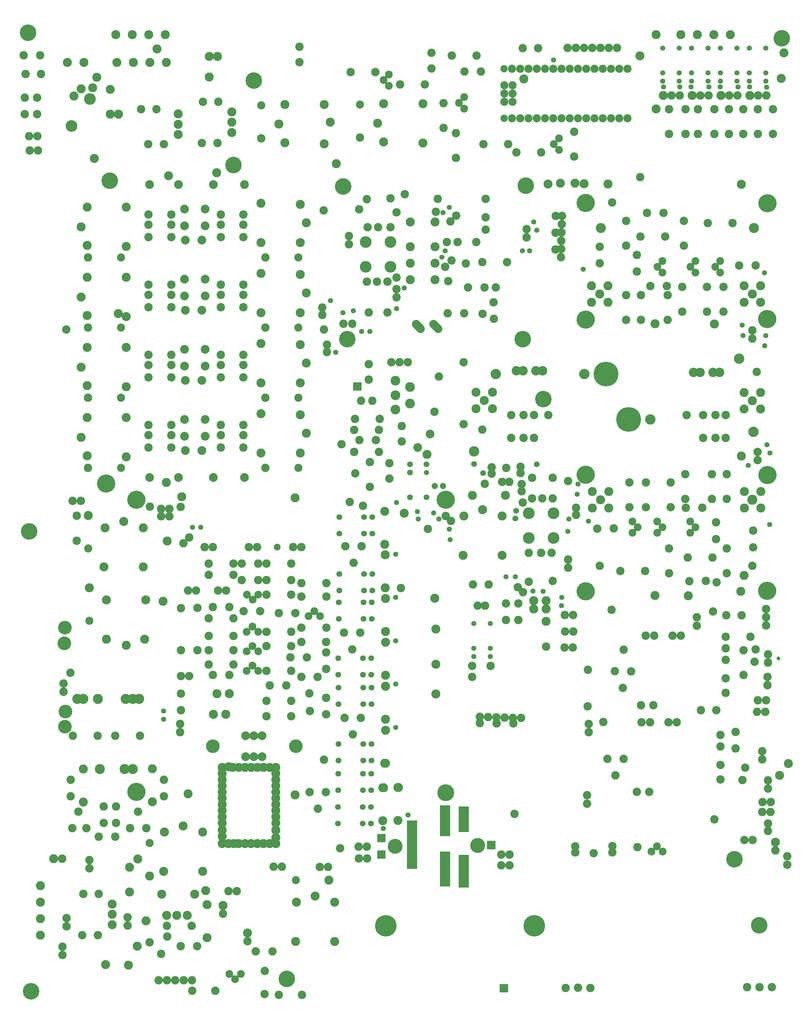
<source format=gbr>
%FSLAX34Y34*%
%MOMM*%
%LNSOLDERMASK_TOP*%
G71*
G01*
%ADD10C,2.600*%
%ADD11C,2.400*%
%ADD12C,2.800*%
%ADD13C,2.600*%
%ADD14C,5.100*%
%ADD15C,1.600*%
%ADD16C,3.100*%
%ADD17C,7.600*%
%ADD18C,3.200*%
%ADD19C,2.900*%
%ADD20C,2.600*%
%ADD21C,2.600*%
%ADD22C,2.400*%
%ADD23C,2.600*%
%ADD24C,3.600*%
%ADD25C,2.800*%
%ADD26C,3.000*%
%ADD27C,1.800*%
%ADD28C,1.600*%
%ADD29C,2.700*%
%ADD30C,2.700*%
%ADD31C,2.500*%
%ADD32C,2.800*%
%ADD33C,4.200*%
%ADD34C,2.700*%
%ADD35C,2.800*%
%ADD36C,2.100*%
%ADD37C,1.600*%
%ADD38C,6.600*%
%ADD39C,4.200*%
%ADD40C,4.600*%
%ADD41C,5.600*%
%ADD42C,1.900*%
%ADD43C,2.500*%
%ADD44C,2.250*%
%ADD45C,5.200*%
%ADD46C,1.200*%
%LPD*%
X1238195Y1903521D02*
G54D10*
D03*
X1238245Y1979771D02*
G54D10*
D03*
X1157201Y1900121D02*
G54D10*
D03*
X1157314Y1849140D02*
G54D10*
D03*
X1271501Y1874721D02*
G54D10*
D03*
X1271613Y1823740D02*
G54D10*
D03*
X1238211Y1674921D02*
G54D10*
D03*
X1238261Y1751171D02*
G54D10*
D03*
X1358932Y1931535D02*
G54D10*
D03*
X1282682Y1931585D02*
G54D10*
D03*
X1283891Y1751171D02*
G54D10*
D03*
X1283841Y1674921D02*
G54D10*
D03*
X1415994Y1903520D02*
G54D10*
D03*
X1416044Y1979770D02*
G54D10*
D03*
X1313326Y1779005D02*
G54D10*
D03*
X1410891Y1776571D02*
G54D10*
D03*
X1410841Y1700321D02*
G54D10*
D03*
X1487090Y1776571D02*
G54D10*
D03*
X1487040Y1700321D02*
G54D10*
D03*
X1537890Y1776571D02*
G54D10*
D03*
X1537840Y1700321D02*
G54D10*
D03*
X1637362Y1842616D02*
G54D10*
D03*
X1586382Y1842503D02*
G54D10*
D03*
X1565908Y1973339D02*
G54D10*
D03*
X1489658Y1973389D02*
G54D10*
D03*
X1350566Y1855946D02*
G54D11*
D03*
X1334666Y1838371D02*
G54D11*
D03*
X1350600Y1820755D02*
G54D11*
D03*
X1452166Y1855946D02*
G54D11*
D03*
X1436266Y1838371D02*
G54D11*
D03*
X1452200Y1820755D02*
G54D11*
D03*
X1528366Y1855946D02*
G54D11*
D03*
X1512466Y1838371D02*
G54D11*
D03*
X1528400Y1820755D02*
G54D11*
D03*
X1131466Y1779846D02*
G54D12*
D03*
X1182266Y1779846D02*
G54D12*
D03*
X1156866Y1754446D02*
G54D12*
D03*
X1182266Y1729046D02*
G54D12*
D03*
X1131466Y1729046D02*
G54D12*
D03*
X1601366Y1779846D02*
G54D12*
D03*
X1652166Y1779846D02*
G54D12*
D03*
X1626766Y1754446D02*
G54D12*
D03*
X1652166Y1729046D02*
G54D12*
D03*
X1601366Y1729046D02*
G54D12*
D03*
X1302892Y2004155D02*
G54D10*
D03*
X1353872Y2004268D02*
G54D10*
D03*
X1238211Y1674921D02*
G54D13*
D03*
X1113790Y2034540D02*
G54D14*
D03*
X1364126Y1779005D02*
G54D10*
D03*
X1366441Y1751171D02*
G54D10*
D03*
X1366391Y1674921D02*
G54D10*
D03*
X1195441Y2036321D02*
G54D10*
D03*
X1106666Y1830546D02*
G54D15*
D03*
X1283841Y1674921D02*
G54D13*
D03*
X1366391Y1674921D02*
G54D13*
D03*
X1410841Y1700321D02*
G54D13*
D03*
X1487040Y1700321D02*
G54D13*
D03*
X1673622Y2033746D02*
G54D14*
D03*
X1113790Y1675764D02*
G54D14*
D03*
X1672986Y1677352D02*
G54D14*
D03*
X1163816Y1957546D02*
G54D15*
D03*
X1160640Y1957546D02*
G54D16*
D03*
X1632365Y1957546D02*
G54D16*
D03*
X1246416Y1368305D02*
G54D17*
D03*
X1176566Y1508006D02*
G54D17*
D03*
X1109891Y1508005D02*
G54D18*
D03*
X1313091Y1368305D02*
G54D18*
D03*
X901016Y1518105D02*
G54D19*
D03*
X981016Y1518105D02*
G54D20*
D03*
X1446016Y1513105D02*
G54D20*
D03*
X1526016Y1513105D02*
G54D20*
D03*
X981016Y1518105D02*
G54D19*
D03*
X1446016Y1513105D02*
G54D19*
D03*
X1526016Y1513105D02*
G54D12*
D03*
X921016Y1518105D02*
G54D19*
D03*
X961016Y1518105D02*
G54D19*
D03*
X1466016Y1513106D02*
G54D19*
D03*
X1506016Y1513105D02*
G54D19*
D03*
X776591Y1401775D02*
G54D12*
D03*
X776591Y1452575D02*
G54D12*
D03*
X801991Y1427175D02*
G54D12*
D03*
X827391Y1452576D02*
G54D12*
D03*
X827391Y1401775D02*
G54D12*
D03*
X776591Y1400505D02*
G54D21*
D03*
X827391Y1400505D02*
G54D13*
D03*
X1602091Y1400505D02*
G54D12*
D03*
X1602091Y1451305D02*
G54D12*
D03*
X1627491Y1425905D02*
G54D12*
D03*
X1652891Y1451305D02*
G54D12*
D03*
X1652891Y1400505D02*
G54D12*
D03*
X1602091Y1400505D02*
G54D21*
D03*
X1652891Y1400505D02*
G54D13*
D03*
X1475548Y1311868D02*
G54D10*
D03*
X1475548Y1381718D02*
G54D10*
D03*
X1545398Y1311868D02*
G54D10*
D03*
X1545398Y1381718D02*
G54D10*
D03*
X1513648Y1381718D02*
G54D10*
D03*
X1513648Y1311868D02*
G54D10*
D03*
X1545399Y1311868D02*
G54D13*
D03*
X1545399Y1381718D02*
G54D13*
D03*
X884998Y1311868D02*
G54D10*
D03*
X884998Y1381718D02*
G54D10*
D03*
X954848Y1311868D02*
G54D10*
D03*
X954848Y1381718D02*
G54D10*
D03*
X923098Y1381718D02*
G54D10*
D03*
X923098Y1311868D02*
G54D10*
D03*
X954849Y1311868D02*
G54D13*
D03*
X954849Y1381718D02*
G54D13*
D03*
X1526016Y1513105D02*
G54D19*
D03*
X999299Y1381718D02*
G54D21*
D03*
X1424749Y1381718D02*
G54D21*
D03*
X1640291Y1514830D02*
G54D21*
D03*
X795741Y1337030D02*
G54D21*
D03*
X776591Y1451305D02*
G54D13*
D03*
X827391Y1451306D02*
G54D13*
D03*
X1602091Y1451305D02*
G54D13*
D03*
X1652891Y1451305D02*
G54D13*
D03*
X1652891Y1400505D02*
G54D13*
D03*
X1113790Y1197927D02*
G54D14*
D03*
X1673622Y1197134D02*
G54D14*
D03*
X1113790Y839152D02*
G54D14*
D03*
X1672986Y840740D02*
G54D14*
D03*
X1627365Y1120934D02*
G54D16*
D03*
X436766Y1838006D02*
G54D22*
D03*
X512966Y1838006D02*
G54D22*
D03*
X512966Y1914206D02*
G54D22*
D03*
X436766Y1914206D02*
G54D22*
D03*
X512878Y2049229D02*
G54D10*
D03*
X512878Y1960329D02*
G54D10*
D03*
X474778Y1960329D02*
G54D10*
D03*
X443028Y1960329D02*
G54D10*
D03*
X503234Y1697439D02*
G54D10*
D03*
X439735Y1792689D02*
G54D10*
D03*
X471484Y1792689D02*
G54D10*
D03*
X503234Y1792689D02*
G54D10*
D03*
X531717Y1804978D02*
G54D10*
D03*
X439734Y2046689D02*
G54D10*
D03*
X557328Y2061929D02*
G54D10*
D03*
X719756Y1914240D02*
G54D10*
D03*
X776906Y1914240D02*
G54D10*
D03*
X805606Y1990440D02*
G54D10*
D03*
X805606Y2047590D02*
G54D10*
D03*
X744556Y1848616D02*
G54D10*
D03*
X690604Y1794734D02*
G54D10*
D03*
X744556Y1848616D02*
G54D13*
D03*
X872332Y1852668D02*
G54D10*
D03*
X796082Y1852718D02*
G54D10*
D03*
X872332Y1852668D02*
G54D13*
D03*
X751506Y1774540D02*
G54D10*
D03*
X802306Y1774540D02*
G54D10*
D03*
X802306Y1774540D02*
G54D10*
D03*
X830913Y1678434D02*
G54D10*
D03*
X830801Y1729414D02*
G54D10*
D03*
X830913Y1678434D02*
G54D10*
D03*
X805606Y1952340D02*
G54D10*
D03*
X837356Y1774540D02*
G54D10*
D03*
X686736Y1914240D02*
G54D10*
D03*
X697656Y1977740D02*
G54D10*
D03*
X573960Y1976244D02*
G54D12*
D03*
X650160Y1976244D02*
G54D12*
D03*
X573960Y1900044D02*
G54D12*
D03*
X573960Y1849244D02*
G54D12*
D03*
X573960Y1798444D02*
G54D12*
D03*
X650160Y1900044D02*
G54D12*
D03*
X650160Y1849244D02*
G54D12*
D03*
X650160Y1798444D02*
G54D12*
D03*
X650160Y1976244D02*
G54D10*
D03*
X796411Y1693441D02*
G54D10*
D03*
X740191Y1695686D02*
G54D10*
D03*
X740191Y1695686D02*
G54D10*
D03*
X689391Y1695686D02*
G54D10*
D03*
G54D23*
X659575Y1647964D02*
X645433Y1662106D01*
G54D23*
X605600Y1647964D02*
X591458Y1662106D01*
X385366Y1932940D02*
G54D21*
D03*
X385366Y1907540D02*
G54D21*
D03*
X658416Y2047240D02*
G54D21*
D03*
X436766Y1914206D02*
G54D24*
D03*
X436766Y1838006D02*
G54D24*
D03*
X512966Y1838006D02*
G54D24*
D03*
X512966Y1914206D02*
G54D24*
D03*
X1015244Y1079804D02*
G54D22*
D03*
X939044Y1079804D02*
G54D22*
D03*
X939044Y1003604D02*
G54D22*
D03*
X1015244Y1003604D02*
G54D22*
D03*
X939132Y868581D02*
G54D10*
D03*
X939132Y957481D02*
G54D10*
D03*
X977232Y957481D02*
G54D10*
D03*
X1008982Y957481D02*
G54D10*
D03*
X1012276Y1188621D02*
G54D10*
D03*
X948776Y1188621D02*
G54D10*
D03*
X1012275Y1125121D02*
G54D10*
D03*
X980526Y1125121D02*
G54D10*
D03*
X948776Y1125121D02*
G54D10*
D03*
X920293Y1112832D02*
G54D10*
D03*
X1012276Y871121D02*
G54D10*
D03*
X1060294Y911845D02*
G54D21*
D03*
X1060294Y937245D02*
G54D21*
D03*
X1060294Y1178545D02*
G54D21*
D03*
X1015244Y1003604D02*
G54D24*
D03*
X1015244Y1079804D02*
G54D24*
D03*
X939044Y1079804D02*
G54D24*
D03*
X939044Y1003604D02*
G54D24*
D03*
X736036Y950223D02*
G54D12*
D03*
X739210Y1070873D02*
G54D12*
D03*
X856686Y950223D02*
G54D12*
D03*
X856686Y1070873D02*
G54D12*
D03*
X796361Y1090336D02*
G54D12*
D03*
X739210Y1070873D02*
G54D25*
D03*
X765057Y1134454D02*
G54D12*
D03*
X866657Y1134454D02*
G54D12*
D03*
X953957Y810314D02*
G54D12*
D03*
X953957Y784914D02*
G54D12*
D03*
X992057Y784914D02*
G54D12*
D03*
X992057Y746814D02*
G54D12*
D03*
X906552Y802308D02*
G54D10*
D03*
X906665Y751328D02*
G54D10*
D03*
X906552Y802308D02*
G54D10*
D03*
X906664Y751327D02*
G54D10*
D03*
X868452Y802308D02*
G54D10*
D03*
X868564Y751328D02*
G54D10*
D03*
X868452Y802308D02*
G54D10*
D03*
X868564Y751327D02*
G54D10*
D03*
X992057Y810314D02*
G54D12*
D03*
X803024Y1170264D02*
G54D10*
D03*
X765057Y1134454D02*
G54D12*
D03*
X573015Y1468753D02*
G54D26*
D03*
X573015Y1417953D02*
G54D26*
D03*
X528565Y1443354D02*
G54D26*
D03*
X528565Y1398903D02*
G54D26*
D03*
X528565Y1487803D02*
G54D26*
D03*
X541265Y1544953D02*
G54D10*
D03*
X515865Y1544953D02*
G54D10*
D03*
X566665Y1544953D02*
G54D10*
D03*
X480180Y1370328D02*
G54D10*
D03*
X403930Y1370378D02*
G54D10*
D03*
X401238Y1336068D02*
G54D10*
D03*
X477488Y1336018D02*
G54D10*
D03*
X417172Y1304592D02*
G54D10*
D03*
X468152Y1304704D02*
G54D10*
D03*
X446015Y1538691D02*
G54D10*
D03*
X446015Y1490891D02*
G54D10*
D03*
X449625Y1237066D02*
G54D10*
D03*
X449575Y1160816D02*
G54D10*
D03*
X509515Y1186004D02*
G54D10*
D03*
X509515Y1233803D02*
G54D10*
D03*
X422071Y1425847D02*
G54D10*
D03*
X457171Y1425848D02*
G54D10*
D03*
X547615Y1300303D02*
G54D10*
D03*
X547615Y1348104D02*
G54D10*
D03*
X401293Y1268421D02*
G54D10*
D03*
X477543Y1268371D02*
G54D10*
D03*
X648490Y1391998D02*
G54D10*
D03*
X401238Y1336068D02*
G54D10*
D03*
X401293Y1268422D02*
G54D10*
D03*
X509515Y1186004D02*
G54D10*
D03*
X449575Y1160816D02*
G54D10*
D03*
G36*
X423965Y1483023D02*
X423965Y1457023D01*
X397965Y1457023D01*
X397965Y1483023D01*
X423965Y1483023D01*
G37*
X623815Y1230542D02*
G54D27*
D03*
X623815Y1205142D02*
G54D28*
D03*
X573015Y1230541D02*
G54D28*
D03*
X573015Y1205141D02*
G54D27*
D03*
X623815Y1128941D02*
G54D28*
D03*
X573015Y1128941D02*
G54D28*
D03*
X625847Y1261307D02*
G54D12*
D03*
X628011Y1031333D02*
G54D21*
D03*
X573015Y1230541D02*
G54D27*
D03*
X623815Y1128941D02*
G54D27*
D03*
X573015Y1128941D02*
G54D27*
D03*
X1673566Y550483D02*
G54D10*
D03*
X1673566Y575983D02*
G54D10*
D03*
X-161976Y1281854D02*
G54D10*
D03*
X-231826Y1281854D02*
G54D10*
D03*
X-161976Y1351704D02*
G54D10*
D03*
X-231826Y1351704D02*
G54D10*
D03*
X-231826Y1319954D02*
G54D10*
D03*
X-161976Y1319954D02*
G54D10*
D03*
X-118568Y1273083D02*
G54D29*
D03*
X-67586Y1273195D02*
G54D29*
D03*
X60274Y1281854D02*
G54D10*
D03*
X-9576Y1281854D02*
G54D10*
D03*
X60274Y1351704D02*
G54D10*
D03*
X-9576Y1351704D02*
G54D10*
D03*
X-9576Y1319954D02*
G54D10*
D03*
X60274Y1319954D02*
G54D10*
D03*
X-57503Y1317181D02*
G54D10*
D03*
X-57616Y1368161D02*
G54D10*
D03*
X-121003Y1317181D02*
G54D10*
D03*
X-121116Y1368161D02*
G54D10*
D03*
X60274Y1351704D02*
G54D13*
D03*
X-9576Y1351704D02*
G54D13*
D03*
X-57616Y1368162D02*
G54D30*
D03*
X-121116Y1368162D02*
G54D13*
D03*
X-161976Y1351704D02*
G54D13*
D03*
X-231826Y1351704D02*
G54D13*
D03*
X-121003Y1317181D02*
G54D29*
D03*
X-121116Y1368161D02*
G54D29*
D03*
X-57616Y1368161D02*
G54D29*
D03*
X-57503Y1317181D02*
G54D29*
D03*
X114487Y1386146D02*
G54D12*
D03*
X235137Y1382972D02*
G54D12*
D03*
X114487Y1265496D02*
G54D12*
D03*
X235137Y1265496D02*
G54D12*
D03*
X253950Y1325821D02*
G54D12*
D03*
X127994Y1219216D02*
G54D31*
D03*
X229594Y1219217D02*
G54D31*
D03*
X235137Y1382972D02*
G54D12*
D03*
X-300508Y1253408D02*
G54D12*
D03*
X-421158Y1256582D02*
G54D12*
D03*
X-300508Y1374058D02*
G54D12*
D03*
X-421158Y1374058D02*
G54D12*
D03*
X-439970Y1313733D02*
G54D12*
D03*
X-421157Y1256582D02*
G54D12*
D03*
X-421158Y1374058D02*
G54D12*
D03*
X-418106Y1219216D02*
G54D31*
D03*
X-316506Y1219217D02*
G54D31*
D03*
X127994Y1219216D02*
G54D10*
D03*
X-418106Y1219216D02*
G54D10*
D03*
X-161976Y1497754D02*
G54D10*
D03*
X-231826Y1497754D02*
G54D10*
D03*
X-161976Y1567604D02*
G54D10*
D03*
X-231826Y1567604D02*
G54D10*
D03*
X-231826Y1535854D02*
G54D10*
D03*
X-161976Y1535854D02*
G54D10*
D03*
X-118568Y1488983D02*
G54D29*
D03*
X-67586Y1489095D02*
G54D29*
D03*
X60274Y1497754D02*
G54D10*
D03*
X-9576Y1497754D02*
G54D10*
D03*
X60274Y1567604D02*
G54D10*
D03*
X-9576Y1567604D02*
G54D10*
D03*
X-9576Y1535854D02*
G54D10*
D03*
X60274Y1535854D02*
G54D10*
D03*
X-57503Y1533081D02*
G54D10*
D03*
X-57616Y1584062D02*
G54D10*
D03*
X-121003Y1533081D02*
G54D10*
D03*
X-121116Y1584061D02*
G54D10*
D03*
X60274Y1567604D02*
G54D13*
D03*
X-9576Y1567604D02*
G54D13*
D03*
X-57616Y1584062D02*
G54D30*
D03*
X-121116Y1584062D02*
G54D13*
D03*
X-161976Y1567604D02*
G54D13*
D03*
X-231826Y1567604D02*
G54D13*
D03*
X-121003Y1533081D02*
G54D29*
D03*
X-121116Y1584061D02*
G54D29*
D03*
X-57616Y1584062D02*
G54D29*
D03*
X-57503Y1533081D02*
G54D29*
D03*
X114487Y1602046D02*
G54D12*
D03*
X235137Y1598872D02*
G54D12*
D03*
X114487Y1481396D02*
G54D12*
D03*
X235137Y1481396D02*
G54D12*
D03*
X253950Y1541721D02*
G54D12*
D03*
X127994Y1435116D02*
G54D31*
D03*
X229594Y1435117D02*
G54D31*
D03*
X235137Y1598872D02*
G54D12*
D03*
X-300508Y1469308D02*
G54D12*
D03*
X-421158Y1472482D02*
G54D12*
D03*
X-300508Y1589958D02*
G54D12*
D03*
X-421158Y1589958D02*
G54D12*
D03*
X-439970Y1529633D02*
G54D12*
D03*
X-421157Y1472481D02*
G54D12*
D03*
X-421158Y1589958D02*
G54D12*
D03*
X-418106Y1435116D02*
G54D31*
D03*
X-316506Y1435117D02*
G54D31*
D03*
X127994Y1435116D02*
G54D10*
D03*
X-418106Y1435116D02*
G54D10*
D03*
X-161976Y1713654D02*
G54D10*
D03*
X-231826Y1713654D02*
G54D10*
D03*
X-161976Y1783504D02*
G54D10*
D03*
X-231826Y1783504D02*
G54D10*
D03*
X-231826Y1751754D02*
G54D10*
D03*
X-161976Y1751754D02*
G54D10*
D03*
X-118568Y1704883D02*
G54D29*
D03*
X-67586Y1704995D02*
G54D29*
D03*
X60274Y1713654D02*
G54D10*
D03*
X-9576Y1713654D02*
G54D10*
D03*
X60274Y1783504D02*
G54D10*
D03*
X-9576Y1783504D02*
G54D10*
D03*
X-9576Y1751754D02*
G54D10*
D03*
X60274Y1751754D02*
G54D10*
D03*
X-57503Y1748981D02*
G54D10*
D03*
X-57616Y1799962D02*
G54D10*
D03*
X-121003Y1748981D02*
G54D10*
D03*
X-121116Y1799962D02*
G54D10*
D03*
X60274Y1783504D02*
G54D13*
D03*
X-9576Y1783504D02*
G54D13*
D03*
X-57616Y1799962D02*
G54D30*
D03*
X-121116Y1799962D02*
G54D13*
D03*
X-161976Y1783504D02*
G54D13*
D03*
X-231826Y1783504D02*
G54D13*
D03*
X-121003Y1748981D02*
G54D29*
D03*
X-121116Y1799962D02*
G54D29*
D03*
X-57616Y1799962D02*
G54D29*
D03*
X-57503Y1748981D02*
G54D29*
D03*
X114487Y1817946D02*
G54D12*
D03*
X235137Y1814772D02*
G54D12*
D03*
X114487Y1697296D02*
G54D12*
D03*
X235137Y1697296D02*
G54D12*
D03*
X253950Y1757621D02*
G54D12*
D03*
X127994Y1651016D02*
G54D31*
D03*
X229594Y1651016D02*
G54D31*
D03*
X235137Y1814772D02*
G54D12*
D03*
X-300508Y1685208D02*
G54D12*
D03*
X-421158Y1688382D02*
G54D12*
D03*
X-300508Y1805858D02*
G54D12*
D03*
X-421158Y1805858D02*
G54D12*
D03*
X-439970Y1745533D02*
G54D12*
D03*
X-421157Y1688382D02*
G54D12*
D03*
X-421158Y1805858D02*
G54D12*
D03*
X-418106Y1651016D02*
G54D31*
D03*
X-316506Y1651016D02*
G54D31*
D03*
X127994Y1651016D02*
G54D10*
D03*
X-418106Y1651016D02*
G54D10*
D03*
X-161976Y1929554D02*
G54D10*
D03*
X-231826Y1929554D02*
G54D10*
D03*
X-161976Y1999404D02*
G54D10*
D03*
X-231826Y1999404D02*
G54D10*
D03*
X-231826Y1967654D02*
G54D10*
D03*
X-161976Y1967654D02*
G54D10*
D03*
X-118568Y1920783D02*
G54D29*
D03*
X-67586Y1920895D02*
G54D29*
D03*
X60274Y1929554D02*
G54D10*
D03*
X-9576Y1929554D02*
G54D10*
D03*
X60274Y1999404D02*
G54D10*
D03*
X-9576Y1999404D02*
G54D10*
D03*
X-9576Y1967654D02*
G54D10*
D03*
X60274Y1967654D02*
G54D10*
D03*
X-57503Y1964881D02*
G54D10*
D03*
X-57616Y2015862D02*
G54D10*
D03*
X-121003Y1964881D02*
G54D10*
D03*
X-121116Y2015861D02*
G54D10*
D03*
X60274Y1999404D02*
G54D13*
D03*
X-9576Y1999404D02*
G54D13*
D03*
X-57616Y2015862D02*
G54D30*
D03*
X-121116Y2015862D02*
G54D13*
D03*
X-161976Y1999404D02*
G54D13*
D03*
X-231826Y1999404D02*
G54D13*
D03*
X-121003Y1964881D02*
G54D29*
D03*
X-121116Y2015861D02*
G54D29*
D03*
X-57616Y2015861D02*
G54D29*
D03*
X-57503Y1964881D02*
G54D29*
D03*
X114487Y2033846D02*
G54D12*
D03*
X235137Y2030672D02*
G54D12*
D03*
X114487Y1913196D02*
G54D12*
D03*
X235137Y1913196D02*
G54D12*
D03*
X253950Y1973521D02*
G54D12*
D03*
X127994Y1866916D02*
G54D31*
D03*
X229594Y1866916D02*
G54D31*
D03*
X235137Y2030672D02*
G54D12*
D03*
X-300508Y1901108D02*
G54D12*
D03*
X-421158Y1904282D02*
G54D12*
D03*
X-300508Y2021758D02*
G54D12*
D03*
X-421158Y2021758D02*
G54D12*
D03*
X-439970Y1961433D02*
G54D12*
D03*
X-421157Y1904282D02*
G54D12*
D03*
X-421158Y2021758D02*
G54D12*
D03*
X-418106Y1866916D02*
G54D31*
D03*
X-316506Y1866916D02*
G54D31*
D03*
X127994Y1866916D02*
G54D10*
D03*
X-418106Y1866916D02*
G54D10*
D03*
X63148Y1190181D02*
G54D29*
D03*
X63148Y1190181D02*
G54D29*
D03*
X-32102Y1190181D02*
G54D29*
D03*
X-32102Y1190181D02*
G54D29*
D03*
X-140052Y1190181D02*
G54D29*
D03*
X-140052Y1190181D02*
G54D29*
D03*
X-228952Y1190181D02*
G54D29*
D03*
X-228952Y1190181D02*
G54D29*
D03*
X63148Y2091881D02*
G54D29*
D03*
X63148Y2091881D02*
G54D29*
D03*
X-32102Y2091881D02*
G54D29*
D03*
X-32102Y2091881D02*
G54D29*
D03*
X-140052Y2091881D02*
G54D29*
D03*
X-140052Y2091881D02*
G54D29*
D03*
X-228952Y2091881D02*
G54D29*
D03*
X-228952Y2091881D02*
G54D29*
D03*
X-485588Y1645351D02*
G54D21*
D03*
X308162Y1645351D02*
G54D21*
D03*
X920114Y1615440D02*
G54D14*
D03*
X929640Y2088514D02*
G54D14*
D03*
X929639Y2088515D02*
G54D14*
D03*
X380364Y1615440D02*
G54D14*
D03*
X367664Y2085340D02*
G54D14*
D03*
X-240689Y812665D02*
G54D12*
D03*
X-243863Y692015D02*
G54D12*
D03*
X-361338Y812665D02*
G54D12*
D03*
X-361338Y692015D02*
G54D12*
D03*
X-301014Y673202D02*
G54D12*
D03*
X-368888Y914534D02*
G54D12*
D03*
X-365714Y1035184D02*
G54D12*
D03*
X-248238Y914534D02*
G54D12*
D03*
X-248239Y1035184D02*
G54D12*
D03*
X-308564Y1054472D02*
G54D12*
D03*
X-413968Y849958D02*
G54D31*
D03*
X-413968Y748358D02*
G54D31*
D03*
X-413968Y849958D02*
G54D10*
D03*
X-413968Y849958D02*
G54D12*
D03*
X-417766Y1073154D02*
G54D31*
D03*
X-417766Y971553D02*
G54D31*
D03*
X-417766Y1073154D02*
G54D10*
D03*
X-417766Y1073154D02*
G54D12*
D03*
X-243863Y692015D02*
G54D12*
D03*
X-248239Y1035184D02*
G54D12*
D03*
X-365714Y1035184D02*
G54D12*
D03*
X-248239Y1035184D02*
G54D12*
D03*
X-269478Y1120934D02*
G54D14*
D03*
X683022Y1120934D02*
G54D14*
D03*
X-269478Y222409D02*
G54D14*
D03*
X683022Y219234D02*
G54D14*
D03*
X767077Y860614D02*
G54D10*
D03*
X814877Y860614D02*
G54D10*
D03*
X767077Y860615D02*
G54D10*
D03*
X1675673Y645024D02*
G54D21*
D03*
X1675674Y619624D02*
G54D21*
D03*
X1675673Y257674D02*
G54D21*
D03*
X1675674Y232274D02*
G54D21*
D03*
X1644489Y503774D02*
G54D21*
D03*
X1669889Y503774D02*
G54D21*
D03*
X649055Y818433D02*
G54D32*
D03*
X652230Y723183D02*
G54D32*
D03*
X652230Y615233D02*
G54D32*
D03*
X652230Y523158D02*
G54D32*
D03*
X221660Y362695D02*
G54D33*
D03*
X-34040Y362595D02*
G54D33*
D03*
X66686Y394520D02*
G54D34*
D03*
X92060Y394395D02*
G54D34*
D03*
X117504Y394420D02*
G54D34*
D03*
X314766Y460779D02*
G54D10*
D03*
X314591Y511771D02*
G54D10*
D03*
X16836Y524645D02*
G54D35*
D03*
X-32564Y460545D02*
G54D35*
D03*
X5436Y460545D02*
G54D35*
D03*
X-21264Y524645D02*
G54D35*
D03*
X-132440Y473795D02*
G54D10*
D03*
X-132564Y524712D02*
G54D10*
D03*
X131086Y502370D02*
G54D10*
D03*
X207336Y502320D02*
G54D10*
D03*
X-135014Y405670D02*
G54D10*
D03*
X-135014Y431170D02*
G54D10*
D03*
X131086Y454745D02*
G54D10*
D03*
X207335Y454695D02*
G54D10*
D03*
X105686Y873845D02*
G54D10*
D03*
X54769Y873720D02*
G54D10*
D03*
X70760Y829395D02*
G54D11*
D03*
X88336Y813495D02*
G54D11*
D03*
X105952Y829430D02*
G54D11*
D03*
X77110Y975445D02*
G54D10*
D03*
X102536Y975495D02*
G54D10*
D03*
X131086Y829395D02*
G54D10*
D03*
X207260Y829395D02*
G54D10*
D03*
X-46714Y889720D02*
G54D10*
D03*
X29536Y889670D02*
G54D10*
D03*
X112036Y778595D02*
G54D10*
D03*
X61119Y778470D02*
G54D10*
D03*
X105686Y715095D02*
G54D11*
D03*
X88086Y730995D02*
G54D11*
D03*
X70494Y715060D02*
G54D11*
D03*
X106060Y654695D02*
G54D11*
D03*
X88086Y670670D02*
G54D11*
D03*
X70494Y654735D02*
G54D11*
D03*
X131086Y715095D02*
G54D10*
D03*
X207260Y715095D02*
G54D10*
D03*
X105685Y594395D02*
G54D11*
D03*
X88086Y610345D02*
G54D11*
D03*
X70494Y594410D02*
G54D11*
D03*
X-46714Y657945D02*
G54D10*
D03*
X29536Y657895D02*
G54D10*
D03*
X-46506Y613766D02*
G54D10*
D03*
X29744Y613716D02*
G54D10*
D03*
X131086Y594445D02*
G54D10*
D03*
X207360Y594395D02*
G54D10*
D03*
X192406Y549655D02*
G54D10*
D03*
X141490Y549530D02*
G54D10*
D03*
X131086Y670645D02*
G54D10*
D03*
X207336Y670595D02*
G54D10*
D03*
X288361Y575795D02*
G54D21*
D03*
X263377Y524863D02*
G54D21*
D03*
X238478Y575910D02*
G54D21*
D03*
X296186Y762720D02*
G54D11*
D03*
X278385Y778520D02*
G54D11*
D03*
X260995Y762685D02*
G54D11*
D03*
X-59414Y975445D02*
G54D10*
D03*
X-33840Y975395D02*
G54D10*
D03*
X239036Y864320D02*
G54D10*
D03*
X315286Y864270D02*
G54D10*
D03*
X239036Y823045D02*
G54D10*
D03*
X315286Y822995D02*
G54D10*
D03*
X219986Y772245D02*
G54D10*
D03*
X169069Y772120D02*
G54D10*
D03*
X239036Y727795D02*
G54D10*
D03*
X315286Y727745D02*
G54D10*
D03*
X315186Y600770D02*
G54D10*
D03*
X315073Y651750D02*
G54D10*
D03*
X315235Y683345D02*
G54D10*
D03*
X238960Y683395D02*
G54D10*
D03*
X-110164Y842120D02*
G54D10*
D03*
X-85302Y841808D02*
G54D10*
D03*
X-81640Y657945D02*
G54D10*
D03*
X-132614Y657795D02*
G54D10*
D03*
X-46714Y702395D02*
G54D10*
D03*
X29536Y702345D02*
G54D10*
D03*
X16786Y581745D02*
G54D10*
D03*
X-34190Y581595D02*
G54D10*
D03*
X-106614Y578595D02*
G54D10*
D03*
X-131914Y578895D02*
G54D10*
D03*
X-81640Y788120D02*
G54D10*
D03*
X-132614Y788020D02*
G54D10*
D03*
X239036Y975445D02*
G54D10*
D03*
X213560Y975445D02*
G54D10*
D03*
X-46714Y756370D02*
G54D10*
D03*
X29536Y756320D02*
G54D10*
D03*
X16760Y791320D02*
G54D10*
D03*
X-34140Y791120D02*
G54D10*
D03*
X-18140Y842095D02*
G54D10*
D03*
X6760Y841795D02*
G54D10*
D03*
X131086Y873845D02*
G54D10*
D03*
X207260Y873845D02*
G54D10*
D03*
X131086Y924645D02*
G54D10*
D03*
X207260Y924695D02*
G54D10*
D03*
X-46740Y924695D02*
G54D10*
D03*
X29461Y924695D02*
G54D10*
D03*
X105686Y924645D02*
G54D10*
D03*
X54769Y924520D02*
G54D10*
D03*
X164310Y975445D02*
G54D36*
D03*
X204386Y636030D02*
G54D10*
D03*
X255366Y636142D02*
G54D10*
D03*
X264485Y470570D02*
G54D10*
D03*
X117560Y330095D02*
G54D34*
D03*
X92260Y330295D02*
G54D34*
D03*
X66773Y330226D02*
G54D34*
D03*
X454810Y318784D02*
G54D28*
D03*
X429410Y318784D02*
G54D28*
D03*
X454810Y369584D02*
G54D28*
D03*
X429410Y369584D02*
G54D28*
D03*
X353210Y318784D02*
G54D27*
D03*
X353210Y369584D02*
G54D28*
D03*
X497419Y309900D02*
G54D12*
D03*
X497419Y411500D02*
G54D12*
D03*
X495435Y309900D02*
G54D12*
D03*
X454810Y492218D02*
G54D28*
D03*
X429410Y492219D02*
G54D28*
D03*
X454810Y543018D02*
G54D28*
D03*
X429410Y543018D02*
G54D28*
D03*
X353210Y492218D02*
G54D28*
D03*
X353210Y543018D02*
G54D28*
D03*
X421710Y449589D02*
G54D21*
D03*
X396727Y398656D02*
G54D21*
D03*
X371828Y449703D02*
G54D21*
D03*
X457192Y841469D02*
G54D28*
D03*
X431792Y841468D02*
G54D28*
D03*
X457192Y892268D02*
G54D28*
D03*
X431792Y892268D02*
G54D28*
D03*
X355592Y841468D02*
G54D28*
D03*
X355592Y892268D02*
G54D28*
D03*
X457192Y1016887D02*
G54D28*
D03*
X431792Y1016887D02*
G54D28*
D03*
X457192Y1067688D02*
G54D28*
D03*
X431792Y1067687D02*
G54D28*
D03*
X355592Y1016888D02*
G54D28*
D03*
X355592Y1067687D02*
G54D28*
D03*
X424092Y978226D02*
G54D21*
D03*
X399108Y927294D02*
G54D21*
D03*
X374209Y978340D02*
G54D21*
D03*
X420123Y711923D02*
G54D21*
D03*
X395140Y660991D02*
G54D21*
D03*
X370240Y712038D02*
G54D21*
D03*
X455604Y754950D02*
G54D28*
D03*
X430204Y754950D02*
G54D28*
D03*
X455604Y805750D02*
G54D28*
D03*
X430204Y805750D02*
G54D28*
D03*
X354004Y754950D02*
G54D28*
D03*
X354004Y805750D02*
G54D28*
D03*
X454017Y582706D02*
G54D28*
D03*
X428617Y582706D02*
G54D28*
D03*
X454017Y633506D02*
G54D28*
D03*
X428617Y633506D02*
G54D28*
D03*
X352417Y582706D02*
G54D28*
D03*
X352417Y633506D02*
G54D28*
D03*
X497419Y445235D02*
G54D12*
D03*
X497419Y546835D02*
G54D12*
D03*
X497419Y445235D02*
G54D12*
D03*
X497816Y581363D02*
G54D12*
D03*
X497816Y682963D02*
G54D12*
D03*
X497816Y581363D02*
G54D12*
D03*
X497816Y715904D02*
G54D12*
D03*
X497816Y817504D02*
G54D12*
D03*
X497816Y715904D02*
G54D12*
D03*
X496626Y850444D02*
G54D12*
D03*
X496626Y952044D02*
G54D12*
D03*
X496626Y850444D02*
G54D12*
D03*
X495038Y983794D02*
G54D12*
D03*
X495038Y1085394D02*
G54D12*
D03*
X495038Y983794D02*
G54D12*
D03*
X545311Y849238D02*
G54D21*
D03*
X307980Y321394D02*
G54D21*
D03*
X353210Y369584D02*
G54D27*
D03*
X429410Y318784D02*
G54D27*
D03*
X454810Y318784D02*
G54D27*
D03*
X429410Y369584D02*
G54D27*
D03*
X454810Y369584D02*
G54D27*
D03*
X353210Y492218D02*
G54D27*
D03*
X353210Y543018D02*
G54D27*
D03*
X429410Y492219D02*
G54D27*
D03*
X454810Y492218D02*
G54D27*
D03*
X454810Y543018D02*
G54D27*
D03*
X429410Y543018D02*
G54D27*
D03*
X428617Y582706D02*
G54D27*
D03*
X454017Y582706D02*
G54D27*
D03*
X454017Y633506D02*
G54D27*
D03*
X428617Y633506D02*
G54D27*
D03*
X352417Y582706D02*
G54D27*
D03*
X352417Y633506D02*
G54D27*
D03*
X354004Y754950D02*
G54D27*
D03*
X430204Y754950D02*
G54D27*
D03*
X354004Y805750D02*
G54D27*
D03*
X430204Y805750D02*
G54D27*
D03*
X455604Y805750D02*
G54D27*
D03*
X455604Y754950D02*
G54D27*
D03*
X355592Y841468D02*
G54D27*
D03*
X355592Y892268D02*
G54D27*
D03*
X431792Y841468D02*
G54D27*
D03*
X457192Y841469D02*
G54D27*
D03*
X457192Y892268D02*
G54D27*
D03*
X431792Y892268D02*
G54D27*
D03*
X355592Y1016888D02*
G54D27*
D03*
X355592Y1067687D02*
G54D27*
D03*
X431792Y1016887D02*
G54D27*
D03*
X457192Y1016887D02*
G54D27*
D03*
X457192Y1067688D02*
G54D27*
D03*
X431792Y1067687D02*
G54D27*
D03*
X420123Y711923D02*
G54D21*
D03*
X424092Y978226D02*
G54D21*
D03*
X452826Y125111D02*
G54D28*
D03*
X427426Y125111D02*
G54D28*
D03*
X452826Y175911D02*
G54D28*
D03*
X427426Y175911D02*
G54D28*
D03*
X351226Y125111D02*
G54D27*
D03*
X351226Y175911D02*
G54D28*
D03*
X351226Y175911D02*
G54D27*
D03*
X427426Y125111D02*
G54D27*
D03*
X452826Y125111D02*
G54D27*
D03*
X427426Y175911D02*
G54D27*
D03*
X452826Y175911D02*
G54D27*
D03*
X314157Y220989D02*
G54D21*
D03*
X289174Y170056D02*
G54D21*
D03*
X264275Y221103D02*
G54D21*
D03*
X489574Y234600D02*
G54D12*
D03*
X489574Y133001D02*
G54D12*
D03*
X491558Y234601D02*
G54D12*
D03*
X535612Y235791D02*
G54D12*
D03*
X535612Y134191D02*
G54D12*
D03*
X537596Y235791D02*
G54D12*
D03*
X453620Y227505D02*
G54D28*
D03*
X428220Y227505D02*
G54D28*
D03*
X453620Y278305D02*
G54D28*
D03*
X428220Y278305D02*
G54D28*
D03*
X352020Y227504D02*
G54D27*
D03*
X352019Y278305D02*
G54D28*
D03*
X352019Y278305D02*
G54D27*
D03*
X428220Y227505D02*
G54D27*
D03*
X453620Y227505D02*
G54D27*
D03*
X428220Y278305D02*
G54D27*
D03*
X453620Y278305D02*
G54D27*
D03*
X219120Y1127427D02*
G54D32*
D03*
X219120Y213027D02*
G54D32*
D03*
X26755Y297733D02*
G54D12*
D03*
X160105Y164383D02*
G54D12*
D03*
X160105Y183433D02*
G54D12*
D03*
X160105Y202483D02*
G54D12*
D03*
X160105Y221533D02*
G54D12*
D03*
X160105Y240583D02*
G54D12*
D03*
X160105Y259633D02*
G54D12*
D03*
X160105Y278683D02*
G54D12*
D03*
X160105Y297733D02*
G54D12*
D03*
X160105Y145333D02*
G54D12*
D03*
X160105Y126283D02*
G54D12*
D03*
X160105Y126283D02*
G54D12*
D03*
X64855Y297733D02*
G54D12*
D03*
X83905Y297733D02*
G54D12*
D03*
X102955Y297733D02*
G54D12*
D03*
X122005Y297733D02*
G54D12*
D03*
X141055Y297733D02*
G54D12*
D03*
X45805Y297733D02*
G54D12*
D03*
X26755Y297733D02*
G54D12*
D03*
X160105Y297733D02*
G54D12*
D03*
X-174580Y994077D02*
G54D12*
D03*
X555036Y1079634D02*
G54D12*
D03*
X446084Y1697439D02*
G54D10*
D03*
X1076064Y715385D02*
G54D10*
D03*
X1050489Y715436D02*
G54D10*
D03*
X1075435Y766232D02*
G54D10*
D03*
X1049860Y766282D02*
G54D10*
D03*
X1669324Y784724D02*
G54D21*
D03*
X1669324Y759324D02*
G54D21*
D03*
X1669324Y733924D02*
G54D21*
D03*
X1675674Y102099D02*
G54D21*
D03*
X998168Y2092855D02*
G54D12*
D03*
X1593532Y2092686D02*
G54D12*
D03*
X1593532Y1256073D02*
G54D12*
D03*
X1182318Y2092855D02*
G54D12*
D03*
X1080718Y2096030D02*
G54D12*
D03*
X895082Y154398D02*
G54D10*
D03*
X1036268Y2096030D02*
G54D12*
D03*
X328243Y1734080D02*
G54D37*
D03*
X1506318Y777257D02*
G54D10*
D03*
X1594396Y765986D02*
G54D10*
D03*
X1546596Y765986D02*
G54D10*
D03*
X1675673Y124324D02*
G54D21*
D03*
X-452834Y1071721D02*
G54D10*
D03*
X-452884Y995471D02*
G54D10*
D03*
X-452884Y995471D02*
G54D13*
D03*
X-465769Y1118150D02*
G54D10*
D03*
X-440294Y1118150D02*
G54D10*
D03*
X395402Y1663466D02*
G54D10*
D03*
X368415Y1663466D02*
G54D10*
D03*
X531928Y1769829D02*
G54D10*
D03*
X531928Y1744429D02*
G54D10*
D03*
X531928Y1709504D02*
G54D15*
D03*
X366828Y1696804D02*
G54D15*
D03*
X931977Y1928580D02*
G54D10*
D03*
X931977Y1953979D02*
G54D10*
D03*
X954266Y1976596D02*
G54D15*
D03*
X1627302Y1642829D02*
G54D10*
D03*
X1627302Y1617429D02*
G54D10*
D03*
X1595616Y1659096D02*
G54D15*
D03*
X1643178Y1268179D02*
G54D10*
D03*
X1643178Y1242779D02*
G54D10*
D03*
X1671816Y1290796D02*
G54D15*
D03*
X1084378Y1096729D02*
G54D10*
D03*
X1084378Y1074504D02*
G54D10*
D03*
X1087616Y1138396D02*
G54D15*
D03*
X1062216Y1062196D02*
G54D15*
D03*
X698977Y1055922D02*
G54D10*
D03*
X683261Y1071638D02*
G54D10*
D03*
X693916Y1030446D02*
G54D15*
D03*
X662166Y1062196D02*
G54D15*
D03*
X920785Y836459D02*
G54D10*
D03*
X905070Y852174D02*
G54D10*
D03*
X897116Y884396D02*
G54D15*
D03*
X951090Y839946D02*
G54D15*
D03*
X398578Y1703154D02*
G54D15*
D03*
X963728Y1950804D02*
G54D15*
D03*
X919278Y1887304D02*
G54D15*
D03*
X941566Y1887696D02*
G54D15*
D03*
X1598728Y1626954D02*
G54D15*
D03*
X1668578Y1626954D02*
G54D15*
D03*
X1665466Y1595596D02*
G54D15*
D03*
X1681278Y1265004D02*
G54D15*
D03*
X1614666Y1227296D02*
G54D15*
D03*
X423978Y1639654D02*
G54D15*
D03*
X449378Y1639654D02*
G54D15*
D03*
X1090728Y1169754D02*
G54D15*
D03*
X1058978Y1023704D02*
G54D15*
D03*
X868478Y884004D02*
G54D15*
D03*
X982778Y839554D02*
G54D15*
D03*
X646228Y1080854D02*
G54D15*
D03*
X697028Y998304D02*
G54D15*
D03*
X598666Y1062196D02*
G54D15*
D03*
X595647Y1085017D02*
G54D15*
D03*
X1039928Y795104D02*
G54D15*
D03*
X1039990Y820896D02*
G54D15*
D03*
X-302550Y507838D02*
G54D16*
D03*
X-388275Y507838D02*
G54D16*
D03*
X-305725Y291938D02*
G54D16*
D03*
X-381925Y291938D02*
G54D16*
D03*
X-280325Y507838D02*
G54D16*
D03*
X-432725Y507838D02*
G54D16*
D03*
X-280325Y291938D02*
G54D16*
D03*
X-334447Y395135D02*
G54D10*
D03*
X-258197Y395086D02*
G54D10*
D03*
X-464622Y395135D02*
G54D10*
D03*
X-388372Y395086D02*
G54D10*
D03*
X-220621Y292772D02*
G54D12*
D03*
X-220621Y191172D02*
G54D12*
D03*
X-432725Y291938D02*
G54D12*
D03*
X-432725Y190338D02*
G54D12*
D03*
X-184715Y259721D02*
G54D10*
D03*
X-184603Y208740D02*
G54D10*
D03*
X-472052Y259721D02*
G54D10*
D03*
X-471940Y208740D02*
G54D10*
D03*
X-448335Y161495D02*
G54D21*
D03*
X-423436Y110448D02*
G54D21*
D03*
X-289169Y110563D02*
G54D21*
D03*
X-264185Y161495D02*
G54D21*
D03*
X-239286Y110448D02*
G54D21*
D03*
X-332352Y177170D02*
G54D10*
D03*
X-332240Y126190D02*
G54D10*
D03*
X-370452Y177170D02*
G54D10*
D03*
X-370340Y126190D02*
G54D10*
D03*
X-334397Y83935D02*
G54D10*
D03*
X-385197Y83935D02*
G54D10*
D03*
X-451775Y507838D02*
G54D16*
D03*
X-261275Y507838D02*
G54D16*
D03*
X-466969Y110563D02*
G54D21*
D03*
X-135014Y431170D02*
G54D10*
D03*
X-493789Y530289D02*
G54D10*
D03*
X-493790Y555789D02*
G54D10*
D03*
X-187278Y809108D02*
G54D12*
D03*
X498520Y-190198D02*
G54D12*
D03*
X955720Y-190198D02*
G54D38*
D03*
X308794Y2217234D02*
G54D12*
D03*
X188144Y2220407D02*
G54D12*
D03*
X308794Y2337884D02*
G54D12*
D03*
X188144Y2337884D02*
G54D12*
D03*
X169332Y2277558D02*
G54D12*
D03*
X188144Y2220407D02*
G54D12*
D03*
X114716Y2335765D02*
G54D31*
D03*
X114716Y2234165D02*
G54D10*
D03*
X188144Y2220407D02*
G54D12*
D03*
X612820Y2219627D02*
G54D12*
D03*
X492170Y2222801D02*
G54D12*
D03*
X612820Y2340277D02*
G54D12*
D03*
X492170Y2340277D02*
G54D12*
D03*
X473358Y2279952D02*
G54D12*
D03*
X492170Y2222800D02*
G54D12*
D03*
X418742Y2338159D02*
G54D31*
D03*
X418742Y2236559D02*
G54D10*
D03*
X492170Y2222801D02*
G54D12*
D03*
X-398832Y2172230D02*
G54D12*
D03*
X-469484Y2272265D02*
G54D24*
D03*
X29542Y2151462D02*
G54D14*
D03*
X-351458Y2103043D02*
G54D14*
D03*
X-362570Y1171180D02*
G54D14*
D03*
X-177171Y1174224D02*
G54D12*
D03*
X-170647Y2118219D02*
G54D12*
D03*
X-21849Y2128125D02*
G54D12*
D03*
X-176582Y-158220D02*
G54D12*
D03*
X-144832Y-158220D02*
G54D12*
D03*
X-113082Y-158220D02*
G54D12*
D03*
X-175646Y-190520D02*
G54D10*
D03*
X-99396Y-190570D02*
G54D10*
D03*
X-89734Y-93093D02*
G54D12*
D03*
X-191334Y-93093D02*
G54D12*
D03*
X-51634Y-226443D02*
G54D12*
D03*
X-51634Y-124843D02*
G54D12*
D03*
X-82193Y-252614D02*
G54D10*
D03*
X-133174Y-252727D02*
G54D10*
D03*
X-228442Y-241326D02*
G54D21*
D03*
X-174761Y-222978D02*
G54D21*
D03*
X-193250Y-276679D02*
G54D21*
D03*
X-55932Y-82020D02*
G54D12*
D03*
X-133174Y-252727D02*
G54D21*
D03*
X-185897Y-22554D02*
G54D12*
D03*
X-182723Y98096D02*
G54D12*
D03*
X-65247Y-22553D02*
G54D12*
D03*
X-65247Y98096D02*
G54D12*
D03*
X-125572Y116909D02*
G54D12*
D03*
X-182724Y98096D02*
G54D12*
D03*
X-65247Y98096D02*
G54D12*
D03*
X-229084Y-37134D02*
G54D31*
D03*
X-229084Y64465D02*
G54D31*
D03*
X1128794Y-381417D02*
G54D10*
D03*
X1052494Y-381418D02*
G54D10*
D03*
X1090694Y-380623D02*
G54D10*
D03*
X498520Y-190198D02*
G54D38*
D03*
X1687594Y-378638D02*
G54D10*
D03*
X1611294Y-378639D02*
G54D10*
D03*
X1649494Y-378638D02*
G54D10*
D03*
X738115Y1354453D02*
G54D10*
D03*
X681552Y1838110D02*
G54D10*
D03*
X701170Y1857728D02*
G54D10*
D03*
X738115Y1544953D02*
G54D10*
D03*
X661915Y1500503D02*
G54D10*
D03*
X361950Y1292225D02*
G54D10*
D03*
X387350Y1114425D02*
G54D10*
D03*
X-185622Y445854D02*
G54D15*
D03*
X-185622Y471254D02*
G54D15*
D03*
X-124898Y987210D02*
G54D10*
D03*
X-106867Y1005242D02*
G54D10*
D03*
X-96722Y1036404D02*
G54D15*
D03*
X-71322Y1036404D02*
G54D15*
D03*
X220503Y-238454D02*
G54D12*
D03*
X223677Y-117804D02*
G54D12*
D03*
X341153Y-238453D02*
G54D12*
D03*
X341153Y-117804D02*
G54D12*
D03*
X280828Y-98991D02*
G54D12*
D03*
X223676Y-117804D02*
G54D12*
D03*
X341153Y-117804D02*
G54D12*
D03*
X323043Y-50115D02*
G54D31*
D03*
X221443Y-50115D02*
G54D31*
D03*
X-296755Y-163999D02*
G54D10*
D03*
X-296755Y-189499D02*
G54D10*
D03*
X-489328Y727230D02*
G54D39*
D03*
X781447Y57309D02*
G54D40*
D03*
G36*
X753865Y154760D02*
X753865Y98760D01*
X722865Y98760D01*
X722865Y154760D01*
X753865Y154760D01*
G37*
G36*
X753865Y9109D02*
X753865Y-46891D01*
X722865Y-46891D01*
X722865Y9109D01*
X753865Y9109D01*
G37*
G36*
X696715Y141669D02*
X696715Y85669D01*
X665715Y85669D01*
X665715Y141669D01*
X696715Y141669D01*
G37*
G36*
X696715Y38477D02*
X696715Y-17523D01*
X665715Y-17523D01*
X665715Y38477D01*
X696715Y38477D01*
G37*
G36*
X595115Y134124D02*
X595115Y78124D01*
X564115Y78124D01*
X564115Y134124D01*
X595115Y134124D01*
G37*
G36*
X595115Y40859D02*
X595115Y-15141D01*
X564115Y-15141D01*
X564115Y40859D01*
X595115Y40859D01*
G37*
G36*
X696715Y180563D02*
X696715Y124563D01*
X665715Y124563D01*
X665715Y180563D01*
X696715Y180563D01*
G37*
G36*
X696715Y-13119D02*
X696715Y-69119D01*
X665715Y-69119D01*
X665715Y-13119D01*
X696715Y-13119D01*
G37*
G36*
X595115Y85309D02*
X595115Y29309D01*
X564115Y29309D01*
X564115Y85309D01*
X595115Y85309D01*
G37*
G36*
X753865Y177383D02*
X753865Y121383D01*
X722865Y121383D01*
X722865Y177383D01*
X753865Y177383D01*
G37*
G36*
X753865Y-16291D02*
X753865Y-72291D01*
X722865Y-72291D01*
X722865Y-16291D01*
X753865Y-16291D01*
G37*
X527447Y54134D02*
G54D40*
D03*
G36*
X471889Y92932D02*
X497889Y92932D01*
X497889Y66932D01*
X471889Y66932D01*
X471889Y92932D01*
G37*
G36*
X471889Y42132D02*
X497889Y42132D01*
X497889Y16132D01*
X471889Y16132D01*
X471889Y42132D01*
G37*
X-602853Y2559209D02*
G54D14*
D03*
X92472Y2411571D02*
G54D14*
D03*
X1572022Y14446D02*
G54D14*
D03*
X-593328Y-391954D02*
G54D14*
D03*
X194072Y-353854D02*
G54D14*
D03*
X24221Y2315111D02*
G54D12*
D03*
X24221Y2283361D02*
G54D12*
D03*
X24221Y2251611D02*
G54D12*
D03*
X-67629Y2219006D02*
G54D10*
D03*
X-19829Y2219006D02*
G54D10*
D03*
X-64454Y2346006D02*
G54D10*
D03*
X-16654Y2346006D02*
G54D10*
D03*
X-140879Y2308761D02*
G54D12*
D03*
X-140879Y2277011D02*
G54D12*
D03*
X-140879Y2245261D02*
G54D12*
D03*
X-232729Y2215831D02*
G54D10*
D03*
X-184929Y2215831D02*
G54D10*
D03*
X-254954Y2323780D02*
G54D10*
D03*
X-207154Y2323781D02*
G54D10*
D03*
X-344079Y-123289D02*
G54D12*
D03*
X-344079Y-155039D02*
G54D12*
D03*
X-344079Y-186789D02*
G54D12*
D03*
X-435929Y-219394D02*
G54D10*
D03*
X-388129Y-219394D02*
G54D10*
D03*
X-432754Y-92394D02*
G54D10*
D03*
X-384954Y-92394D02*
G54D10*
D03*
X-229084Y-37134D02*
G54D12*
D03*
X323043Y-50115D02*
G54D12*
D03*
X-290672Y-10091D02*
G54D12*
D03*
X681216Y1887696D02*
G54D15*
D03*
X671628Y1868254D02*
G54D15*
D03*
X697656Y1977740D02*
G54D10*
D03*
X715687Y1995771D02*
G54D10*
D03*
X693916Y2021046D02*
G54D15*
D03*
X674803Y2004779D02*
G54D15*
D03*
X-414414Y-13430D02*
G54D10*
D03*
X-414415Y12070D02*
G54D10*
D03*
X-496964Y-280130D02*
G54D10*
D03*
X-496965Y-254630D02*
G54D10*
D03*
X-412334Y2354815D02*
G54D24*
D03*
X-523830Y16177D02*
G54D12*
D03*
X-491116Y678918D02*
G54D39*
D03*
X-329918Y2467277D02*
G54D12*
D03*
X-279118Y2467277D02*
G54D12*
D03*
X-228318Y2467277D02*
G54D12*
D03*
X-177518Y2467277D02*
G54D12*
D03*
X-482318Y2467277D02*
G54D12*
D03*
X-431518Y2467277D02*
G54D12*
D03*
X-57616Y1799962D02*
G54D29*
D03*
X-121116Y1584061D02*
G54D29*
D03*
X-57616Y1584062D02*
G54D29*
D03*
X-121116Y1368161D02*
G54D29*
D03*
X-57616Y1368161D02*
G54D29*
D03*
X554947Y1773004D02*
G54D15*
D03*
X1548581Y971758D02*
G54D10*
D03*
X1548531Y895508D02*
G54D10*
D03*
X1629574Y975158D02*
G54D10*
D03*
X1629462Y1026138D02*
G54D10*
D03*
X1515275Y1000558D02*
G54D10*
D03*
X1515162Y1051538D02*
G54D10*
D03*
X1548565Y1200358D02*
G54D10*
D03*
X1548515Y1124108D02*
G54D10*
D03*
X1427844Y943744D02*
G54D10*
D03*
X1504094Y943694D02*
G54D10*
D03*
X1502885Y1124108D02*
G54D10*
D03*
X1502935Y1200358D02*
G54D10*
D03*
X1370782Y971758D02*
G54D10*
D03*
X1370732Y895509D02*
G54D10*
D03*
X1473450Y1096274D02*
G54D10*
D03*
X1375885Y1098708D02*
G54D10*
D03*
X1375935Y1174958D02*
G54D10*
D03*
X1299685Y1098708D02*
G54D10*
D03*
X1299735Y1174958D02*
G54D10*
D03*
X1248885Y1098708D02*
G54D10*
D03*
X1248935Y1174958D02*
G54D10*
D03*
X1149414Y1032664D02*
G54D10*
D03*
X1200394Y1032776D02*
G54D10*
D03*
X1220868Y901940D02*
G54D10*
D03*
X1297118Y901890D02*
G54D10*
D03*
X1436210Y1019332D02*
G54D11*
D03*
X1452110Y1036908D02*
G54D11*
D03*
X1436176Y1054524D02*
G54D11*
D03*
X1334610Y1019333D02*
G54D11*
D03*
X1350510Y1036908D02*
G54D11*
D03*
X1334575Y1054524D02*
G54D11*
D03*
X1258410Y1019333D02*
G54D11*
D03*
X1274310Y1036908D02*
G54D11*
D03*
X1258375Y1054524D02*
G54D11*
D03*
X1653722Y1096226D02*
G54D12*
D03*
X1602922Y1096226D02*
G54D12*
D03*
X1628322Y1121626D02*
G54D12*
D03*
X1602922Y1147026D02*
G54D12*
D03*
X1653722Y1147026D02*
G54D12*
D03*
X1185410Y1095433D02*
G54D12*
D03*
X1134610Y1095433D02*
G54D12*
D03*
X1160010Y1120833D02*
G54D12*
D03*
X1134610Y1146233D02*
G54D12*
D03*
X1185410Y1146232D02*
G54D12*
D03*
X1483884Y871124D02*
G54D10*
D03*
X1432904Y871011D02*
G54D10*
D03*
X1548565Y1200358D02*
G54D13*
D03*
X1672986Y840740D02*
G54D14*
D03*
X1422650Y1096274D02*
G54D10*
D03*
X1420335Y1124108D02*
G54D10*
D03*
X1420385Y1200358D02*
G54D10*
D03*
X1680110Y1044733D02*
G54D15*
D03*
X1502935Y1200358D02*
G54D13*
D03*
X1420385Y1200358D02*
G54D13*
D03*
X1375935Y1174958D02*
G54D13*
D03*
X1299735Y1174958D02*
G54D13*
D03*
X1113154Y841532D02*
G54D14*
D03*
X1672986Y1199514D02*
G54D14*
D03*
X1113789Y1197927D02*
G54D14*
D03*
X1593532Y1256074D02*
G54D10*
D03*
X1122510Y1055133D02*
G54D15*
D03*
X1626766Y917834D02*
G54D10*
D03*
X1156866Y917834D02*
G54D10*
D03*
X1193244Y782593D02*
G54D10*
D03*
X1238194Y1903522D02*
G54D10*
D03*
X1238244Y1979772D02*
G54D10*
D03*
X1157201Y1900121D02*
G54D10*
D03*
X1157313Y1849140D02*
G54D10*
D03*
X1271500Y1874722D02*
G54D10*
D03*
X1271612Y1823741D02*
G54D10*
D03*
X1238210Y1674922D02*
G54D10*
D03*
X1238260Y1751172D02*
G54D10*
D03*
X1358931Y1931536D02*
G54D10*
D03*
X1282681Y1931586D02*
G54D10*
D03*
X1283890Y1751172D02*
G54D10*
D03*
X1283840Y1674922D02*
G54D10*
D03*
X1415994Y1903520D02*
G54D10*
D03*
X1416043Y1979770D02*
G54D10*
D03*
X1313325Y1779005D02*
G54D10*
D03*
X1410890Y1776572D02*
G54D10*
D03*
X1410840Y1700322D02*
G54D10*
D03*
X1487090Y1776572D02*
G54D10*
D03*
X1487040Y1700322D02*
G54D10*
D03*
X1537890Y1776572D02*
G54D10*
D03*
X1537840Y1700322D02*
G54D10*
D03*
X1637362Y1842616D02*
G54D10*
D03*
X1586381Y1842504D02*
G54D10*
D03*
X1565906Y1973340D02*
G54D10*
D03*
X1489657Y1973390D02*
G54D10*
D03*
X1350565Y1855947D02*
G54D11*
D03*
X1334665Y1838372D02*
G54D11*
D03*
X1350599Y1820756D02*
G54D11*
D03*
X1452165Y1855946D02*
G54D11*
D03*
X1436265Y1838372D02*
G54D11*
D03*
X1452200Y1820756D02*
G54D11*
D03*
X1528365Y1855946D02*
G54D11*
D03*
X1512465Y1838372D02*
G54D11*
D03*
X1528400Y1820756D02*
G54D11*
D03*
X1131465Y1779847D02*
G54D12*
D03*
X1182265Y1779846D02*
G54D12*
D03*
X1156865Y1754447D02*
G54D12*
D03*
X1182265Y1729046D02*
G54D12*
D03*
X1131465Y1729046D02*
G54D12*
D03*
X1601365Y1779846D02*
G54D12*
D03*
X1652165Y1779846D02*
G54D12*
D03*
X1626764Y1754446D02*
G54D12*
D03*
X1652164Y1729046D02*
G54D12*
D03*
X1601365Y1729046D02*
G54D12*
D03*
X1302891Y2004156D02*
G54D10*
D03*
X1353871Y2004268D02*
G54D10*
D03*
X1238210Y1674922D02*
G54D13*
D03*
X1113789Y2034540D02*
G54D14*
D03*
X1364125Y1779005D02*
G54D10*
D03*
X1366440Y1751172D02*
G54D10*
D03*
X1366390Y1674922D02*
G54D10*
D03*
X1195440Y2036322D02*
G54D10*
D03*
X1106665Y1830547D02*
G54D15*
D03*
X1283840Y1674922D02*
G54D13*
D03*
X1366390Y1674922D02*
G54D13*
D03*
X1410840Y1700322D02*
G54D13*
D03*
X1487040Y1700322D02*
G54D13*
D03*
X1673621Y2033746D02*
G54D14*
D03*
X1113789Y1675765D02*
G54D41*
D03*
X1672986Y1677352D02*
G54D14*
D03*
X1664265Y1820147D02*
G54D15*
D03*
X-364491Y-309335D02*
G54D12*
D03*
X-293847Y-310922D02*
G54D12*
D03*
X649215Y1163953D02*
G54D42*
D03*
X674615Y1163953D02*
G54D42*
D03*
X1601555Y888283D02*
G54D12*
D03*
X73070Y-212423D02*
G54D12*
D03*
X-2336Y-127501D02*
G54D12*
D03*
X-489328Y422430D02*
G54D39*
D03*
X-487941Y469368D02*
G54D39*
D03*
X-2335Y-153001D02*
G54D10*
D03*
X-2336Y-127501D02*
G54D10*
D03*
X73071Y-237923D02*
G54D10*
D03*
X73070Y-212423D02*
G54D10*
D03*
X-498330Y16178D02*
G54D10*
D03*
X-523830Y16177D02*
G54D10*
D03*
X29930Y62783D02*
G54D12*
D03*
X160105Y81833D02*
G54D12*
D03*
X160105Y62783D02*
G54D12*
D03*
X64855Y62783D02*
G54D12*
D03*
X83905Y62783D02*
G54D12*
D03*
X102955Y62783D02*
G54D12*
D03*
X122005Y62783D02*
G54D12*
D03*
X141055Y62783D02*
G54D12*
D03*
X45805Y62783D02*
G54D12*
D03*
X160105Y62783D02*
G54D12*
D03*
X-4995Y85008D02*
G54D12*
D03*
X-4995Y104058D02*
G54D12*
D03*
X-4995Y62783D02*
G54D12*
D03*
X-4995Y240583D02*
G54D12*
D03*
X-4995Y259633D02*
G54D12*
D03*
X-4995Y278683D02*
G54D12*
D03*
X-4995Y297733D02*
G54D12*
D03*
X-4995Y183433D02*
G54D12*
D03*
X-4995Y202483D02*
G54D12*
D03*
X-4995Y221533D02*
G54D12*
D03*
X-4995Y240583D02*
G54D12*
D03*
X-4995Y126283D02*
G54D12*
D03*
X-4995Y145333D02*
G54D12*
D03*
X-4995Y164383D02*
G54D12*
D03*
X-4995Y183433D02*
G54D12*
D03*
X15160Y299120D02*
G54D12*
D03*
X160105Y104058D02*
G54D12*
D03*
X14055Y62783D02*
G54D12*
D03*
X-193380Y1093709D02*
G54D10*
D03*
X-193380Y1070194D02*
G54D10*
D03*
X-167980Y1093709D02*
G54D10*
D03*
X-167980Y1070194D02*
G54D10*
D03*
X-472440Y588397D02*
G54D10*
D03*
X1510574Y137024D02*
G54D21*
D03*
X1602575Y74086D02*
G54D10*
D03*
X1628150Y74035D02*
G54D10*
D03*
X1351261Y38629D02*
G54D11*
D03*
X1333686Y54529D02*
G54D11*
D03*
X1316070Y38594D02*
G54D11*
D03*
X1196350Y35935D02*
G54D10*
D03*
X1082050Y35935D02*
G54D10*
D03*
X-200824Y-357714D02*
G54D10*
D03*
X-175250Y-357765D02*
G54D10*
D03*
X-175250Y-357765D02*
G54D10*
D03*
X-149676Y-357816D02*
G54D10*
D03*
X1273186Y51620D02*
G54D21*
D03*
X1698670Y66977D02*
G54D12*
D03*
X1698671Y41477D02*
G54D10*
D03*
X1698670Y66977D02*
G54D10*
D03*
X1648222Y-188754D02*
G54D14*
D03*
X-349568Y2384786D02*
G54D12*
D03*
X-564868Y-66373D02*
G54D12*
D03*
X-564868Y-117173D02*
G54D12*
D03*
X-564868Y-167973D02*
G54D12*
D03*
X-564868Y-218773D02*
G54D12*
D03*
X-149676Y-357816D02*
G54D10*
D03*
X-124101Y-357866D02*
G54D10*
D03*
X-265272Y15309D02*
G54D12*
D03*
X-290672Y-86291D02*
G54D12*
D03*
X-239872Y-175191D02*
G54D12*
D03*
X-267184Y-253034D02*
G54D12*
D03*
X-124101Y-357866D02*
G54D10*
D03*
X-98526Y-357916D02*
G54D10*
D03*
X-97514Y-389805D02*
G54D10*
D03*
X-26018Y-389864D02*
G54D10*
D03*
G36*
X753865Y28159D02*
X753865Y-27841D01*
X722865Y-27841D01*
X722865Y28159D01*
X753865Y28159D01*
G37*
X739503Y2360738D02*
G54D11*
D03*
X723603Y2343163D02*
G54D11*
D03*
X739538Y2325547D02*
G54D11*
D03*
X1078799Y2177531D02*
G54D10*
D03*
X1078849Y2253780D02*
G54D10*
D03*
X542801Y2399908D02*
G54D10*
D03*
X619051Y2399858D02*
G54D10*
D03*
X983614Y1431290D02*
G54D14*
D03*
X428000Y1102735D02*
G54D10*
D03*
X358150Y48635D02*
G54D10*
D03*
X404416Y1202690D02*
G54D21*
D03*
X887571Y2295491D02*
G54D43*
D03*
X912971Y2295491D02*
G54D43*
D03*
X938371Y2295491D02*
G54D43*
D03*
X963771Y2295491D02*
G54D43*
D03*
X989171Y2295491D02*
G54D43*
D03*
X1014571Y2295491D02*
G54D43*
D03*
X1039971Y2295491D02*
G54D43*
D03*
X1065371Y2295491D02*
G54D43*
D03*
X1090771Y2295491D02*
G54D43*
D03*
X1116171Y2295491D02*
G54D43*
D03*
X1141571Y2295491D02*
G54D43*
D03*
X1166971Y2295491D02*
G54D43*
D03*
X1192371Y2295491D02*
G54D43*
D03*
X1217771Y2295491D02*
G54D43*
D03*
X1243171Y2295491D02*
G54D43*
D03*
X887571Y2447891D02*
G54D43*
D03*
X912971Y2447891D02*
G54D43*
D03*
X938371Y2447891D02*
G54D43*
D03*
X963771Y2447891D02*
G54D43*
D03*
X989171Y2447891D02*
G54D43*
D03*
X1014571Y2447891D02*
G54D43*
D03*
X1039971Y2447891D02*
G54D43*
D03*
X1065371Y2447891D02*
G54D43*
D03*
X1090771Y2447891D02*
G54D43*
D03*
X1116171Y2447891D02*
G54D43*
D03*
X1141571Y2447891D02*
G54D43*
D03*
X1166971Y2447891D02*
G54D43*
D03*
X1192371Y2447891D02*
G54D43*
D03*
X1217771Y2447891D02*
G54D43*
D03*
X1243171Y2447891D02*
G54D43*
D03*
X862330Y2448050D02*
G54D44*
D03*
X862330Y2295650D02*
G54D44*
D03*
X888587Y2396837D02*
G54D43*
D03*
X863187Y2396837D02*
G54D43*
D03*
X888587Y2371437D02*
G54D43*
D03*
X863187Y2371437D02*
G54D43*
D03*
X888587Y2346037D02*
G54D43*
D03*
X863187Y2346037D02*
G54D43*
D03*
X327844Y2283907D02*
G54D12*
D03*
X466665Y2437924D02*
G54D10*
D03*
X390415Y2437975D02*
G54D10*
D03*
X676239Y2342197D02*
G54D10*
D03*
X676189Y2265947D02*
G54D10*
D03*
X714339Y2250122D02*
G54D10*
D03*
X714288Y2173872D02*
G54D10*
D03*
X346120Y2156127D02*
G54D12*
D03*
X923970Y2416477D02*
G54D12*
D03*
X701551Y2488808D02*
G54D10*
D03*
X777801Y2488758D02*
G54D10*
D03*
X638940Y2449064D02*
G54D10*
D03*
X638940Y2496864D02*
G54D10*
D03*
X791350Y2439482D02*
G54D10*
D03*
X740369Y2439370D02*
G54D10*
D03*
X1031603Y2233738D02*
G54D11*
D03*
X1015703Y2216163D02*
G54D11*
D03*
X1031638Y2198547D02*
G54D11*
D03*
X901009Y2190304D02*
G54D10*
D03*
X977259Y2190254D02*
G54D10*
D03*
X799409Y2215704D02*
G54D10*
D03*
X875659Y2215654D02*
G54D10*
D03*
X1282009Y2114104D02*
G54D10*
D03*
X1734654Y-1951D02*
G54D10*
D03*
X1734653Y23549D02*
G54D10*
D03*
X1718072Y2542296D02*
G54D14*
D03*
X-599678Y1024096D02*
G54D14*
D03*
X-439342Y2386427D02*
G54D12*
D03*
X-461793Y2363976D02*
G54D12*
D03*
X-391717Y2421352D02*
G54D12*
D03*
X-404417Y2389602D02*
G54D12*
D03*
X596548Y1282256D02*
G54D29*
D03*
X634648Y1323531D02*
G54D29*
D03*
X507728Y2430588D02*
G54D11*
D03*
X491828Y2413013D02*
G54D11*
D03*
X507763Y2395397D02*
G54D11*
D03*
X-349568Y2308586D02*
G54D12*
D03*
X-324168Y2308586D02*
G54D12*
D03*
X-44768Y2486386D02*
G54D12*
D03*
X-19368Y2486386D02*
G54D12*
D03*
X-44768Y2422886D02*
G54D12*
D03*
X232540Y2468114D02*
G54D10*
D03*
X232540Y2515914D02*
G54D10*
D03*
X16927Y-338482D02*
G54D11*
D03*
X34502Y-354382D02*
G54D11*
D03*
X52118Y-338447D02*
G54D11*
D03*
X169186Y-402505D02*
G54D10*
D03*
X240682Y-402563D02*
G54D10*
D03*
X125608Y-328694D02*
G54D10*
D03*
X125551Y-400191D02*
G54D10*
D03*
X528753Y953854D02*
G54D15*
D03*
X531928Y1112604D02*
G54D15*
D03*
X528753Y820504D02*
G54D15*
D03*
X528753Y687154D02*
G54D15*
D03*
X528753Y553804D02*
G54D15*
D03*
X528753Y420454D02*
G54D15*
D03*
X490653Y109304D02*
G54D15*
D03*
X566853Y150579D02*
G54D15*
D03*
X-333092Y2553002D02*
G54D12*
D03*
X-282292Y2553002D02*
G54D12*
D03*
X-231492Y2553002D02*
G54D12*
D03*
X-180692Y2553002D02*
G54D12*
D03*
X1406808Y2553002D02*
G54D12*
D03*
X1457608Y2553002D02*
G54D12*
D03*
X1508408Y2553002D02*
G54D12*
D03*
X1559208Y2553002D02*
G54D12*
D03*
X1330608Y2553002D02*
G54D12*
D03*
X-206092Y2508552D02*
G54D12*
D03*
X1350732Y2409950D02*
G54D28*
D03*
X1350732Y2435350D02*
G54D28*
D03*
X1401532Y2409950D02*
G54D28*
D03*
X1401532Y2435350D02*
G54D28*
D03*
X1350732Y2511550D02*
G54D28*
D03*
X1401532Y2511550D02*
G54D28*
D03*
X1439632Y2409950D02*
G54D28*
D03*
X1439632Y2435350D02*
G54D28*
D03*
X1490432Y2409950D02*
G54D28*
D03*
X1490432Y2435350D02*
G54D28*
D03*
X1439632Y2511550D02*
G54D28*
D03*
X1490432Y2511550D02*
G54D28*
D03*
X1528532Y2409950D02*
G54D28*
D03*
X1528532Y2435350D02*
G54D28*
D03*
X1579332Y2409950D02*
G54D28*
D03*
X1579332Y2435350D02*
G54D28*
D03*
X1528532Y2511550D02*
G54D28*
D03*
X1579332Y2511550D02*
G54D28*
D03*
X1617432Y2409950D02*
G54D28*
D03*
X1617432Y2435350D02*
G54D28*
D03*
X1668232Y2409950D02*
G54D28*
D03*
X1668232Y2435350D02*
G54D28*
D03*
X1617432Y2511550D02*
G54D28*
D03*
X1668232Y2511550D02*
G54D28*
D03*
X1330608Y2324402D02*
G54D12*
D03*
X1370899Y2247381D02*
G54D10*
D03*
X1370949Y2323630D02*
G54D10*
D03*
X1459799Y2247381D02*
G54D10*
D03*
X1459849Y2323630D02*
G54D10*
D03*
X1555049Y2247381D02*
G54D10*
D03*
X1555099Y2323630D02*
G54D10*
D03*
X1510599Y2247381D02*
G54D10*
D03*
X1510649Y2323630D02*
G54D10*
D03*
X1421699Y2247381D02*
G54D10*
D03*
X1421749Y2323630D02*
G54D10*
D03*
X1599499Y2247381D02*
G54D10*
D03*
X1599549Y2323630D02*
G54D10*
D03*
X1690939Y2247381D02*
G54D10*
D03*
X1690989Y2323630D02*
G54D10*
D03*
X1643949Y2247381D02*
G54D10*
D03*
X1643999Y2323630D02*
G54D10*
D03*
X1352550Y2365500D02*
G54D21*
D03*
X1377950Y2365500D02*
G54D21*
D03*
X1403350Y2365500D02*
G54D21*
D03*
X1441450Y2365500D02*
G54D21*
D03*
X1466850Y2365500D02*
G54D21*
D03*
X1492250Y2365500D02*
G54D21*
D03*
X1530350Y2365500D02*
G54D21*
D03*
X1555750Y2365500D02*
G54D21*
D03*
X1581150Y2365500D02*
G54D21*
D03*
X1619250Y2365500D02*
G54D21*
D03*
X1644650Y2365500D02*
G54D21*
D03*
X1670050Y2365500D02*
G54D21*
D03*
X1352550Y2365500D02*
G54D12*
D03*
X1441450Y2365500D02*
G54D12*
D03*
X1530350Y2365500D02*
G54D12*
D03*
X1619250Y2365500D02*
G54D12*
D03*
X1353308Y2392002D02*
G54D15*
D03*
X1403308Y2392002D02*
G54D15*
D03*
X1438308Y2392002D02*
G54D15*
D03*
X1493308Y2392002D02*
G54D15*
D03*
X1528308Y2392002D02*
G54D15*
D03*
X1583308Y2392002D02*
G54D15*
D03*
X1618308Y2392002D02*
G54D15*
D03*
X1670870Y2391505D02*
G54D15*
D03*
X1280608Y2488002D02*
G54D12*
D03*
X1710608Y273002D02*
G54D12*
D03*
X1715918Y2418002D02*
G54D12*
D03*
X1591335Y838958D02*
G54D12*
D03*
X1327162Y1663460D02*
G54D12*
D03*
X1510518Y1662666D02*
G54D12*
D03*
X1108881Y2093672D02*
G54D12*
D03*
X1672986Y1677352D02*
G54D41*
D03*
X1673622Y2033746D02*
G54D41*
D03*
X1113789Y2034540D02*
G54D41*
D03*
X1113790Y1197927D02*
G54D41*
D03*
X1673622Y1197134D02*
G54D41*
D03*
X1672986Y840740D02*
G54D41*
D03*
X1113790Y839152D02*
G54D41*
D03*
X683022Y1120934D02*
G54D41*
D03*
X-269478Y1120934D02*
G54D41*
D03*
X-362570Y1171180D02*
G54D41*
D03*
X-269478Y222409D02*
G54D41*
D03*
X683022Y219234D02*
G54D45*
D03*
X1327163Y826847D02*
G54D12*
D03*
X1429556Y826054D02*
G54D12*
D03*
X-110377Y215916D02*
G54D12*
D03*
X-129427Y1130316D02*
G54D12*
D03*
X1586141Y1555630D02*
G54D18*
D03*
X770166Y1269880D02*
G54D18*
D03*
X1630591Y1330205D02*
G54D18*
D03*
X836841Y1508005D02*
G54D18*
D03*
X781686Y795412D02*
G54D10*
D03*
X803911Y795412D02*
G54D10*
D03*
X824548Y1220862D02*
G54D10*
D03*
X824548Y1201812D02*
G54D10*
D03*
X913448Y1222450D02*
G54D10*
D03*
X913448Y1203400D02*
G54D10*
D03*
X856299Y1176412D02*
G54D10*
D03*
X878523Y1176412D02*
G54D10*
D03*
X917154Y1169796D02*
G54D10*
D03*
X917154Y1147571D02*
G54D10*
D03*
X963728Y1230079D02*
G54D27*
D03*
X770053Y1231667D02*
G54D27*
D03*
X897053Y1063392D02*
G54D27*
D03*
X900228Y1087204D02*
G54D27*
D03*
X798628Y1203092D02*
G54D27*
D03*
X869794Y1219820D02*
G54D21*
D03*
X-325670Y1694733D02*
G54D12*
D03*
X-610554Y2431730D02*
G54D10*
D03*
X-562754Y2431731D02*
G54D10*
D03*
X919796Y2511106D02*
G54D10*
D03*
X967596Y2511106D02*
G54D10*
D03*
X1015048Y2474987D02*
G54D15*
D03*
X-575192Y2308437D02*
G54D10*
D03*
X-575304Y2359417D02*
G54D10*
D03*
X-613292Y2308437D02*
G54D10*
D03*
X-613404Y2359417D02*
G54D10*
D03*
X-616784Y2489464D02*
G54D10*
D03*
X-565804Y2489576D02*
G54D10*
D03*
X303327Y1690454D02*
G54D10*
D03*
X303327Y1712679D02*
G54D10*
D03*
X317615Y1576154D02*
G54D10*
D03*
X317615Y1598379D02*
G54D10*
D03*
X344118Y1575330D02*
G54D37*
D03*
X531928Y2006366D02*
G54D10*
D03*
X652578Y2007954D02*
G54D10*
D03*
X-572158Y2196504D02*
G54D10*
D03*
X-597557Y2196504D02*
G54D10*
D03*
X-599596Y2240544D02*
G54D10*
D03*
X-574197Y2240544D02*
G54D10*
D03*
X-484072Y-192320D02*
G54D10*
D03*
X-484072Y-166921D02*
G54D10*
D03*
X1057784Y2512702D02*
G54D10*
D03*
X1083184Y2512702D02*
G54D10*
D03*
X1108584Y2512702D02*
G54D10*
D03*
X1133984Y2512702D02*
G54D10*
D03*
X1159384Y2512702D02*
G54D10*
D03*
X1184784Y2512702D02*
G54D10*
D03*
X1210184Y2512702D02*
G54D10*
D03*
X1083184Y2512702D02*
G54D10*
D03*
X1724258Y2497377D02*
G54D12*
D03*
X769707Y638300D02*
G54D28*
D03*
X769707Y663700D02*
G54D28*
D03*
X820507Y638300D02*
G54D28*
D03*
X820507Y663700D02*
G54D28*
D03*
X769707Y739900D02*
G54D28*
D03*
X820507Y739900D02*
G54D28*
D03*
X764077Y609789D02*
G54D10*
D03*
X821227Y609789D02*
G54D10*
D03*
X764077Y575658D02*
G54D10*
D03*
X1041503Y1994645D02*
G54D10*
D03*
X1040709Y1969245D02*
G54D10*
D03*
X1040710Y1969246D02*
G54D10*
D03*
X1039915Y1943845D02*
G54D10*
D03*
X1039915Y1943845D02*
G54D10*
D03*
X1039122Y1918445D02*
G54D10*
D03*
X1039122Y1918446D02*
G54D10*
D03*
X1038328Y1893045D02*
G54D10*
D03*
X1038328Y1893045D02*
G54D10*
D03*
X1037534Y1867646D02*
G54D10*
D03*
X1022056Y1994645D02*
G54D10*
D03*
X1021262Y1943052D02*
G54D10*
D03*
X1020865Y1891854D02*
G54D10*
D03*
X-228305Y1100356D02*
G54D10*
D03*
X-133055Y1099562D02*
G54D10*
D03*
X1516924Y867274D02*
G54D21*
D03*
X1599779Y581840D02*
G54D10*
D03*
X1599829Y658090D02*
G54D10*
D03*
X1707423Y632324D02*
G54D46*
D03*
X1599829Y658090D02*
G54D10*
D03*
X1599779Y581840D02*
G54D10*
D03*
X1544815Y628809D02*
G54D10*
D03*
X1544815Y663734D02*
G54D10*
D03*
X1544815Y571659D02*
G54D10*
D03*
X1544815Y527209D02*
G54D10*
D03*
X1284465Y489109D02*
G54D10*
D03*
X1322565Y489109D02*
G54D10*
D03*
X1545182Y699938D02*
G54D10*
D03*
X1621432Y699888D02*
G54D10*
D03*
X1636890Y660559D02*
G54D10*
D03*
X1634112Y622459D02*
G54D10*
D03*
X1468752Y473264D02*
G54D10*
D03*
X1516552Y473264D02*
G54D10*
D03*
X1468752Y473264D02*
G54D10*
D03*
X1298974Y702800D02*
G54D10*
D03*
X1324474Y702800D02*
G54D10*
D03*
X1381524Y702800D02*
G54D10*
D03*
X1407024Y702800D02*
G54D10*
D03*
X1641312Y468849D02*
G54D21*
D03*
X1666712Y468850D02*
G54D21*
D03*
X1528940Y362109D02*
G54D10*
D03*
X1528940Y397034D02*
G54D10*
D03*
X1528940Y304959D02*
G54D10*
D03*
X1528940Y260509D02*
G54D10*
D03*
X1271765Y222409D02*
G54D10*
D03*
X1309865Y222409D02*
G54D10*
D03*
X1286274Y436100D02*
G54D10*
D03*
X1311774Y436100D02*
G54D10*
D03*
X1368824Y436100D02*
G54D10*
D03*
X1394324Y436100D02*
G54D10*
D03*
X1657691Y321883D02*
G54D10*
D03*
X1657691Y347383D02*
G54D10*
D03*
X1253561Y593258D02*
G54D21*
D03*
X1228577Y542326D02*
G54D21*
D03*
X1203678Y593372D02*
G54D21*
D03*
X1575600Y356033D02*
G54D10*
D03*
X1575487Y407014D02*
G54D10*
D03*
X1658776Y191036D02*
G54D21*
D03*
X1684176Y191037D02*
G54D21*
D03*
X1657982Y160476D02*
G54D21*
D03*
X1683382Y160476D02*
G54D21*
D03*
X1596806Y258524D02*
G54D10*
D03*
X1605140Y296226D02*
G54D10*
D03*
X1123104Y405916D02*
G54D10*
D03*
X1123154Y431491D02*
G54D10*
D03*
X1118341Y186047D02*
G54D10*
D03*
X1118391Y211622D02*
G54D10*
D03*
X1230542Y323382D02*
G54D21*
D03*
X1205558Y272450D02*
G54D21*
D03*
X1180659Y323497D02*
G54D21*
D03*
X1456082Y733735D02*
G54D10*
D03*
X1456132Y759310D02*
G54D10*
D03*
X1074476Y666173D02*
G54D10*
D03*
X1048901Y666223D02*
G54D10*
D03*
X1168096Y437545D02*
G54D10*
D03*
X1119677Y485170D02*
G54D10*
D03*
X991883Y669320D02*
G54D10*
D03*
X788390Y453378D02*
G54D10*
D03*
X813791Y452584D02*
G54D10*
D03*
X813790Y452584D02*
G54D10*
D03*
X839190Y451790D02*
G54D10*
D03*
X839190Y451790D02*
G54D10*
D03*
X864591Y450997D02*
G54D10*
D03*
X864590Y450997D02*
G54D10*
D03*
X889990Y450203D02*
G54D10*
D03*
X889990Y450203D02*
G54D10*
D03*
X915390Y449410D02*
G54D10*
D03*
X788391Y433931D02*
G54D10*
D03*
X839984Y433138D02*
G54D10*
D03*
X891181Y432740D02*
G54D10*
D03*
X1231303Y660150D02*
G54D10*
D03*
X1120972Y598237D02*
G54D10*
D03*
X416374Y2014890D02*
G54D21*
D03*
X306837Y2011714D02*
G54D21*
D03*
X178730Y-8134D02*
G54D10*
D03*
X153330Y-8134D02*
G54D10*
D03*
X320811Y-8929D02*
G54D10*
D03*
X295412Y-8929D02*
G54D10*
D03*
X149417Y-268943D02*
G54D10*
D03*
X98436Y-269055D02*
G54D10*
D03*
X13861Y-83791D02*
G54D10*
D03*
X39362Y-83790D02*
G54D10*
D03*
X1081653Y54587D02*
G54D10*
D03*
X1138406Y33554D02*
G54D10*
D03*
X1196350Y54984D02*
G54D10*
D03*
G36*
X810423Y71106D02*
X836423Y71106D01*
X836423Y45106D01*
X810423Y45106D01*
X810423Y71106D01*
G37*
G36*
X848920Y-369426D02*
X874920Y-369426D01*
X874920Y-395426D01*
X848920Y-395426D01*
X848920Y-369426D01*
G37*
X1737751Y309008D02*
G54D12*
D03*
X440668Y16866D02*
G54D10*
D03*
X415268Y16866D02*
G54D10*
D03*
X439874Y53378D02*
G54D10*
D03*
X414474Y53378D02*
G54D10*
D03*
X879611Y-4168D02*
G54D10*
D03*
X854212Y-4168D02*
G54D10*
D03*
X879611Y28772D02*
G54D10*
D03*
X854212Y28772D02*
G54D10*
D03*
M02*

</source>
